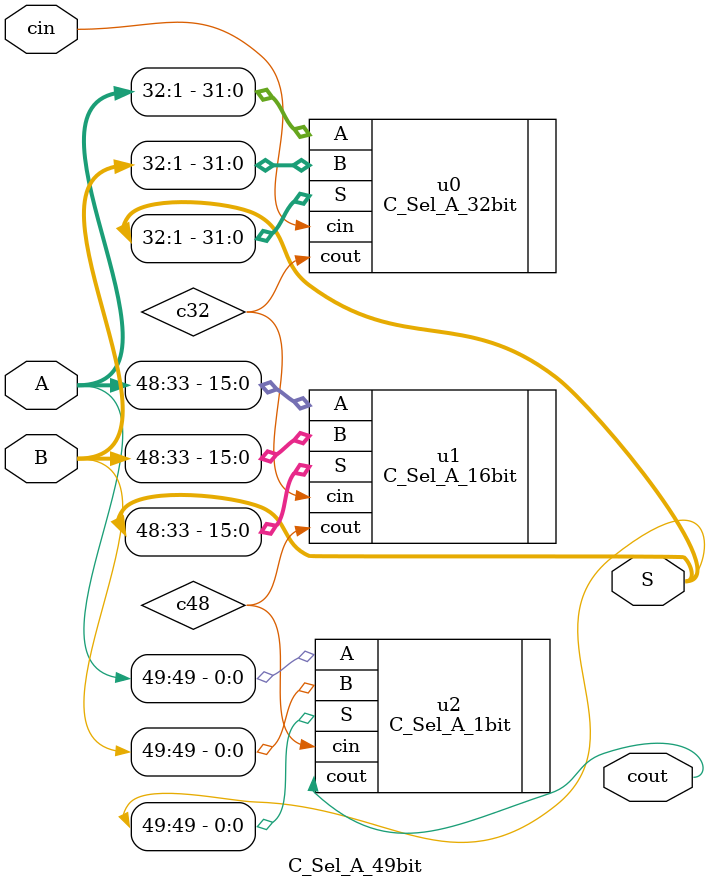
<source format=v>
module C_Sel_A_49bit #(
    parameter width=49
)(
    input wire [width:1] A,
    input wire [width:1] B,
    input wire cin,
    output wire [width:1] S,
    output wire cout
);

    wire c32;
    wire c48;

    C_Sel_A_32bit #(.width(32)) u0 (
        .A(A[32:1]),
        .B(B[32:1]),
        .cin(cin),
        .S(S[32:1]),
        .cout(c32)
    );
    C_Sel_A_16bit #(.width(16)) u1 (
        .A(A[48:33]),
        .B(B[48:33]),
        .cin(c32),
        .S(S[48:33]),
        .cout(c48)
    );
    C_Sel_A_1bit #(.width(1)) u2 (
        .A(A[49:49]),
        .B(B[49:49]),
        .cin(c48),
        .S(S[49:49]),
        .cout(cout)
    );

endmodule

</source>
